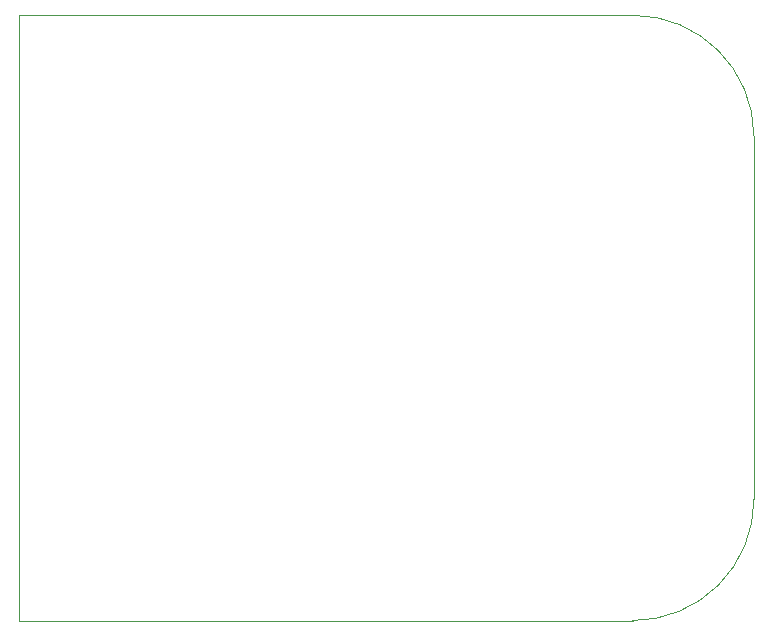
<source format=gbr>
%TF.GenerationSoftware,KiCad,Pcbnew,8.0.7*%
%TF.CreationDate,2024-12-28T13:43:39+03:00*%
%TF.ProjectId,SingleSwitch,53696e67-6c65-4537-9769-7463682e6b69,rev?*%
%TF.SameCoordinates,Original*%
%TF.FileFunction,Profile,NP*%
%FSLAX46Y46*%
G04 Gerber Fmt 4.6, Leading zero omitted, Abs format (unit mm)*
G04 Created by KiCad (PCBNEW 8.0.7) date 2024-12-28 13:43:39*
%MOMM*%
%LPD*%
G01*
G04 APERTURE LIST*
%TA.AperFunction,Profile*%
%ADD10C,0.050000*%
%TD*%
G04 APERTURE END LIST*
D10*
X188000000Y-101250000D02*
X188000000Y-70500000D01*
X125750000Y-111500000D02*
X125750000Y-60250000D01*
X177750000Y-111500000D02*
X125750000Y-111500000D01*
X188000000Y-101250000D02*
G75*
G02*
X177750000Y-111500000I-10250000J0D01*
G01*
X177750000Y-60250000D02*
X125750000Y-60250000D01*
X177750000Y-60250000D02*
G75*
G02*
X188000000Y-70500000I0J-10250000D01*
G01*
M02*

</source>
